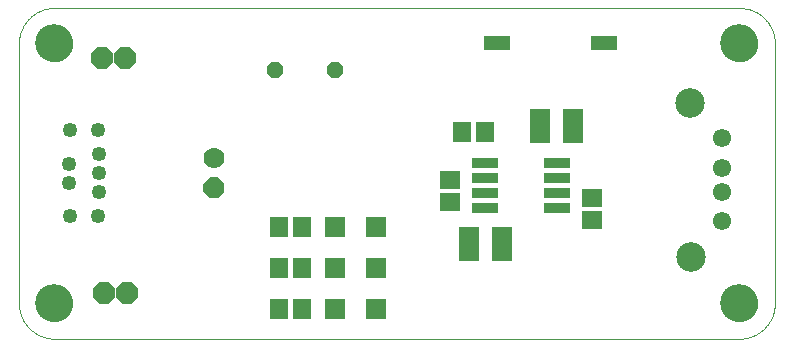
<source format=gts>
G75*
%MOIN*%
%OFA0B0*%
%FSLAX25Y25*%
%IPPOS*%
%LPD*%
%AMOC8*
5,1,8,0,0,1.08239X$1,22.5*
%
%ADD10C,0.00000*%
%ADD11C,0.12611*%
%ADD12R,0.07099X0.11430*%
%ADD13R,0.06706X0.05918*%
%ADD14R,0.06706X0.06706*%
%ADD15OC8,0.07400*%
%ADD16R,0.05918X0.06706*%
%ADD17OC8,0.05600*%
%ADD18C,0.04934*%
%ADD19R,0.08800X0.03400*%
%ADD20R,0.08700X0.05100*%
%ADD21C,0.06115*%
%ADD22C,0.09855*%
%ADD23OC8,0.07000*%
%ADD24C,0.07000*%
D10*
X0065745Y0061101D02*
X0294091Y0061101D01*
X0294376Y0061104D01*
X0294662Y0061115D01*
X0294947Y0061132D01*
X0295231Y0061156D01*
X0295515Y0061187D01*
X0295798Y0061225D01*
X0296079Y0061270D01*
X0296360Y0061321D01*
X0296640Y0061379D01*
X0296918Y0061444D01*
X0297194Y0061516D01*
X0297468Y0061594D01*
X0297741Y0061679D01*
X0298011Y0061771D01*
X0298279Y0061869D01*
X0298545Y0061973D01*
X0298808Y0062084D01*
X0299068Y0062201D01*
X0299326Y0062324D01*
X0299580Y0062454D01*
X0299831Y0062590D01*
X0300079Y0062731D01*
X0300323Y0062879D01*
X0300564Y0063032D01*
X0300800Y0063192D01*
X0301033Y0063357D01*
X0301262Y0063527D01*
X0301487Y0063703D01*
X0301707Y0063885D01*
X0301923Y0064071D01*
X0302134Y0064263D01*
X0302341Y0064460D01*
X0302543Y0064662D01*
X0302740Y0064869D01*
X0302932Y0065080D01*
X0303118Y0065296D01*
X0303300Y0065516D01*
X0303476Y0065741D01*
X0303646Y0065970D01*
X0303811Y0066203D01*
X0303971Y0066439D01*
X0304124Y0066680D01*
X0304272Y0066924D01*
X0304413Y0067172D01*
X0304549Y0067423D01*
X0304679Y0067677D01*
X0304802Y0067935D01*
X0304919Y0068195D01*
X0305030Y0068458D01*
X0305134Y0068724D01*
X0305232Y0068992D01*
X0305324Y0069262D01*
X0305409Y0069535D01*
X0305487Y0069809D01*
X0305559Y0070085D01*
X0305624Y0070363D01*
X0305682Y0070643D01*
X0305733Y0070924D01*
X0305778Y0071205D01*
X0305816Y0071488D01*
X0305847Y0071772D01*
X0305871Y0072056D01*
X0305888Y0072341D01*
X0305899Y0072627D01*
X0305902Y0072912D01*
X0305902Y0159526D01*
X0305902Y0155589D02*
X0305902Y0076849D01*
X0288185Y0072912D02*
X0288187Y0073065D01*
X0288193Y0073219D01*
X0288203Y0073372D01*
X0288217Y0073524D01*
X0288235Y0073677D01*
X0288257Y0073828D01*
X0288282Y0073979D01*
X0288312Y0074130D01*
X0288346Y0074280D01*
X0288383Y0074428D01*
X0288424Y0074576D01*
X0288469Y0074722D01*
X0288518Y0074868D01*
X0288571Y0075012D01*
X0288627Y0075154D01*
X0288687Y0075295D01*
X0288751Y0075435D01*
X0288818Y0075573D01*
X0288889Y0075709D01*
X0288964Y0075843D01*
X0289041Y0075975D01*
X0289123Y0076105D01*
X0289207Y0076233D01*
X0289295Y0076359D01*
X0289386Y0076482D01*
X0289480Y0076603D01*
X0289578Y0076721D01*
X0289678Y0076837D01*
X0289782Y0076950D01*
X0289888Y0077061D01*
X0289997Y0077169D01*
X0290109Y0077274D01*
X0290223Y0077375D01*
X0290341Y0077474D01*
X0290460Y0077570D01*
X0290582Y0077663D01*
X0290707Y0077752D01*
X0290834Y0077839D01*
X0290963Y0077921D01*
X0291094Y0078001D01*
X0291227Y0078077D01*
X0291362Y0078150D01*
X0291499Y0078219D01*
X0291638Y0078284D01*
X0291778Y0078346D01*
X0291920Y0078404D01*
X0292063Y0078459D01*
X0292208Y0078510D01*
X0292354Y0078557D01*
X0292501Y0078600D01*
X0292649Y0078639D01*
X0292798Y0078675D01*
X0292948Y0078706D01*
X0293099Y0078734D01*
X0293250Y0078758D01*
X0293403Y0078778D01*
X0293555Y0078794D01*
X0293708Y0078806D01*
X0293861Y0078814D01*
X0294014Y0078818D01*
X0294168Y0078818D01*
X0294321Y0078814D01*
X0294474Y0078806D01*
X0294627Y0078794D01*
X0294779Y0078778D01*
X0294932Y0078758D01*
X0295083Y0078734D01*
X0295234Y0078706D01*
X0295384Y0078675D01*
X0295533Y0078639D01*
X0295681Y0078600D01*
X0295828Y0078557D01*
X0295974Y0078510D01*
X0296119Y0078459D01*
X0296262Y0078404D01*
X0296404Y0078346D01*
X0296544Y0078284D01*
X0296683Y0078219D01*
X0296820Y0078150D01*
X0296955Y0078077D01*
X0297088Y0078001D01*
X0297219Y0077921D01*
X0297348Y0077839D01*
X0297475Y0077752D01*
X0297600Y0077663D01*
X0297722Y0077570D01*
X0297841Y0077474D01*
X0297959Y0077375D01*
X0298073Y0077274D01*
X0298185Y0077169D01*
X0298294Y0077061D01*
X0298400Y0076950D01*
X0298504Y0076837D01*
X0298604Y0076721D01*
X0298702Y0076603D01*
X0298796Y0076482D01*
X0298887Y0076359D01*
X0298975Y0076233D01*
X0299059Y0076105D01*
X0299141Y0075975D01*
X0299218Y0075843D01*
X0299293Y0075709D01*
X0299364Y0075573D01*
X0299431Y0075435D01*
X0299495Y0075295D01*
X0299555Y0075154D01*
X0299611Y0075012D01*
X0299664Y0074868D01*
X0299713Y0074722D01*
X0299758Y0074576D01*
X0299799Y0074428D01*
X0299836Y0074280D01*
X0299870Y0074130D01*
X0299900Y0073979D01*
X0299925Y0073828D01*
X0299947Y0073677D01*
X0299965Y0073524D01*
X0299979Y0073372D01*
X0299989Y0073219D01*
X0299995Y0073065D01*
X0299997Y0072912D01*
X0299995Y0072759D01*
X0299989Y0072605D01*
X0299979Y0072452D01*
X0299965Y0072300D01*
X0299947Y0072147D01*
X0299925Y0071996D01*
X0299900Y0071845D01*
X0299870Y0071694D01*
X0299836Y0071544D01*
X0299799Y0071396D01*
X0299758Y0071248D01*
X0299713Y0071102D01*
X0299664Y0070956D01*
X0299611Y0070812D01*
X0299555Y0070670D01*
X0299495Y0070529D01*
X0299431Y0070389D01*
X0299364Y0070251D01*
X0299293Y0070115D01*
X0299218Y0069981D01*
X0299141Y0069849D01*
X0299059Y0069719D01*
X0298975Y0069591D01*
X0298887Y0069465D01*
X0298796Y0069342D01*
X0298702Y0069221D01*
X0298604Y0069103D01*
X0298504Y0068987D01*
X0298400Y0068874D01*
X0298294Y0068763D01*
X0298185Y0068655D01*
X0298073Y0068550D01*
X0297959Y0068449D01*
X0297841Y0068350D01*
X0297722Y0068254D01*
X0297600Y0068161D01*
X0297475Y0068072D01*
X0297348Y0067985D01*
X0297219Y0067903D01*
X0297088Y0067823D01*
X0296955Y0067747D01*
X0296820Y0067674D01*
X0296683Y0067605D01*
X0296544Y0067540D01*
X0296404Y0067478D01*
X0296262Y0067420D01*
X0296119Y0067365D01*
X0295974Y0067314D01*
X0295828Y0067267D01*
X0295681Y0067224D01*
X0295533Y0067185D01*
X0295384Y0067149D01*
X0295234Y0067118D01*
X0295083Y0067090D01*
X0294932Y0067066D01*
X0294779Y0067046D01*
X0294627Y0067030D01*
X0294474Y0067018D01*
X0294321Y0067010D01*
X0294168Y0067006D01*
X0294014Y0067006D01*
X0293861Y0067010D01*
X0293708Y0067018D01*
X0293555Y0067030D01*
X0293403Y0067046D01*
X0293250Y0067066D01*
X0293099Y0067090D01*
X0292948Y0067118D01*
X0292798Y0067149D01*
X0292649Y0067185D01*
X0292501Y0067224D01*
X0292354Y0067267D01*
X0292208Y0067314D01*
X0292063Y0067365D01*
X0291920Y0067420D01*
X0291778Y0067478D01*
X0291638Y0067540D01*
X0291499Y0067605D01*
X0291362Y0067674D01*
X0291227Y0067747D01*
X0291094Y0067823D01*
X0290963Y0067903D01*
X0290834Y0067985D01*
X0290707Y0068072D01*
X0290582Y0068161D01*
X0290460Y0068254D01*
X0290341Y0068350D01*
X0290223Y0068449D01*
X0290109Y0068550D01*
X0289997Y0068655D01*
X0289888Y0068763D01*
X0289782Y0068874D01*
X0289678Y0068987D01*
X0289578Y0069103D01*
X0289480Y0069221D01*
X0289386Y0069342D01*
X0289295Y0069465D01*
X0289207Y0069591D01*
X0289123Y0069719D01*
X0289041Y0069849D01*
X0288964Y0069981D01*
X0288889Y0070115D01*
X0288818Y0070251D01*
X0288751Y0070389D01*
X0288687Y0070529D01*
X0288627Y0070670D01*
X0288571Y0070812D01*
X0288518Y0070956D01*
X0288469Y0071102D01*
X0288424Y0071248D01*
X0288383Y0071396D01*
X0288346Y0071544D01*
X0288312Y0071694D01*
X0288282Y0071845D01*
X0288257Y0071996D01*
X0288235Y0072147D01*
X0288217Y0072300D01*
X0288203Y0072452D01*
X0288193Y0072605D01*
X0288187Y0072759D01*
X0288185Y0072912D01*
X0273421Y0088503D02*
X0273423Y0088637D01*
X0273429Y0088771D01*
X0273439Y0088905D01*
X0273453Y0089039D01*
X0273471Y0089172D01*
X0273492Y0089304D01*
X0273518Y0089436D01*
X0273548Y0089567D01*
X0273581Y0089697D01*
X0273618Y0089825D01*
X0273660Y0089953D01*
X0273704Y0090080D01*
X0273753Y0090205D01*
X0273805Y0090328D01*
X0273861Y0090450D01*
X0273921Y0090571D01*
X0273984Y0090689D01*
X0274050Y0090806D01*
X0274120Y0090920D01*
X0274193Y0091033D01*
X0274270Y0091143D01*
X0274350Y0091251D01*
X0274433Y0091356D01*
X0274519Y0091459D01*
X0274608Y0091559D01*
X0274700Y0091657D01*
X0274795Y0091752D01*
X0274893Y0091844D01*
X0274993Y0091933D01*
X0275096Y0092019D01*
X0275201Y0092102D01*
X0275309Y0092182D01*
X0275419Y0092259D01*
X0275532Y0092332D01*
X0275646Y0092402D01*
X0275763Y0092468D01*
X0275881Y0092531D01*
X0276002Y0092591D01*
X0276124Y0092647D01*
X0276247Y0092699D01*
X0276372Y0092748D01*
X0276499Y0092792D01*
X0276627Y0092834D01*
X0276755Y0092871D01*
X0276885Y0092904D01*
X0277016Y0092934D01*
X0277148Y0092960D01*
X0277280Y0092981D01*
X0277413Y0092999D01*
X0277547Y0093013D01*
X0277681Y0093023D01*
X0277815Y0093029D01*
X0277949Y0093031D01*
X0278083Y0093029D01*
X0278217Y0093023D01*
X0278351Y0093013D01*
X0278485Y0092999D01*
X0278618Y0092981D01*
X0278750Y0092960D01*
X0278882Y0092934D01*
X0279013Y0092904D01*
X0279143Y0092871D01*
X0279271Y0092834D01*
X0279399Y0092792D01*
X0279526Y0092748D01*
X0279651Y0092699D01*
X0279774Y0092647D01*
X0279896Y0092591D01*
X0280017Y0092531D01*
X0280135Y0092468D01*
X0280252Y0092402D01*
X0280366Y0092332D01*
X0280479Y0092259D01*
X0280589Y0092182D01*
X0280697Y0092102D01*
X0280802Y0092019D01*
X0280905Y0091933D01*
X0281005Y0091844D01*
X0281103Y0091752D01*
X0281198Y0091657D01*
X0281290Y0091559D01*
X0281379Y0091459D01*
X0281465Y0091356D01*
X0281548Y0091251D01*
X0281628Y0091143D01*
X0281705Y0091033D01*
X0281778Y0090920D01*
X0281848Y0090806D01*
X0281914Y0090689D01*
X0281977Y0090571D01*
X0282037Y0090450D01*
X0282093Y0090328D01*
X0282145Y0090205D01*
X0282194Y0090080D01*
X0282238Y0089953D01*
X0282280Y0089825D01*
X0282317Y0089697D01*
X0282350Y0089567D01*
X0282380Y0089436D01*
X0282406Y0089304D01*
X0282427Y0089172D01*
X0282445Y0089039D01*
X0282459Y0088905D01*
X0282469Y0088771D01*
X0282475Y0088637D01*
X0282477Y0088503D01*
X0282475Y0088369D01*
X0282469Y0088235D01*
X0282459Y0088101D01*
X0282445Y0087967D01*
X0282427Y0087834D01*
X0282406Y0087702D01*
X0282380Y0087570D01*
X0282350Y0087439D01*
X0282317Y0087309D01*
X0282280Y0087181D01*
X0282238Y0087053D01*
X0282194Y0086926D01*
X0282145Y0086801D01*
X0282093Y0086678D01*
X0282037Y0086556D01*
X0281977Y0086435D01*
X0281914Y0086317D01*
X0281848Y0086200D01*
X0281778Y0086086D01*
X0281705Y0085973D01*
X0281628Y0085863D01*
X0281548Y0085755D01*
X0281465Y0085650D01*
X0281379Y0085547D01*
X0281290Y0085447D01*
X0281198Y0085349D01*
X0281103Y0085254D01*
X0281005Y0085162D01*
X0280905Y0085073D01*
X0280802Y0084987D01*
X0280697Y0084904D01*
X0280589Y0084824D01*
X0280479Y0084747D01*
X0280366Y0084674D01*
X0280252Y0084604D01*
X0280135Y0084538D01*
X0280017Y0084475D01*
X0279896Y0084415D01*
X0279774Y0084359D01*
X0279651Y0084307D01*
X0279526Y0084258D01*
X0279399Y0084214D01*
X0279271Y0084172D01*
X0279143Y0084135D01*
X0279013Y0084102D01*
X0278882Y0084072D01*
X0278750Y0084046D01*
X0278618Y0084025D01*
X0278485Y0084007D01*
X0278351Y0083993D01*
X0278217Y0083983D01*
X0278083Y0083977D01*
X0277949Y0083975D01*
X0277815Y0083977D01*
X0277681Y0083983D01*
X0277547Y0083993D01*
X0277413Y0084007D01*
X0277280Y0084025D01*
X0277148Y0084046D01*
X0277016Y0084072D01*
X0276885Y0084102D01*
X0276755Y0084135D01*
X0276627Y0084172D01*
X0276499Y0084214D01*
X0276372Y0084258D01*
X0276247Y0084307D01*
X0276124Y0084359D01*
X0276002Y0084415D01*
X0275881Y0084475D01*
X0275763Y0084538D01*
X0275646Y0084604D01*
X0275532Y0084674D01*
X0275419Y0084747D01*
X0275309Y0084824D01*
X0275201Y0084904D01*
X0275096Y0084987D01*
X0274993Y0085073D01*
X0274893Y0085162D01*
X0274795Y0085254D01*
X0274700Y0085349D01*
X0274608Y0085447D01*
X0274519Y0085547D01*
X0274433Y0085650D01*
X0274350Y0085755D01*
X0274270Y0085863D01*
X0274193Y0085973D01*
X0274120Y0086086D01*
X0274050Y0086200D01*
X0273984Y0086317D01*
X0273921Y0086435D01*
X0273861Y0086556D01*
X0273805Y0086678D01*
X0273753Y0086801D01*
X0273704Y0086926D01*
X0273660Y0087053D01*
X0273618Y0087181D01*
X0273581Y0087309D01*
X0273548Y0087439D01*
X0273518Y0087570D01*
X0273492Y0087702D01*
X0273471Y0087834D01*
X0273453Y0087967D01*
X0273439Y0088101D01*
X0273429Y0088235D01*
X0273423Y0088369D01*
X0273421Y0088503D01*
X0273028Y0139684D02*
X0273030Y0139818D01*
X0273036Y0139952D01*
X0273046Y0140086D01*
X0273060Y0140220D01*
X0273078Y0140353D01*
X0273099Y0140485D01*
X0273125Y0140617D01*
X0273155Y0140748D01*
X0273188Y0140878D01*
X0273225Y0141006D01*
X0273267Y0141134D01*
X0273311Y0141261D01*
X0273360Y0141386D01*
X0273412Y0141509D01*
X0273468Y0141631D01*
X0273528Y0141752D01*
X0273591Y0141870D01*
X0273657Y0141987D01*
X0273727Y0142101D01*
X0273800Y0142214D01*
X0273877Y0142324D01*
X0273957Y0142432D01*
X0274040Y0142537D01*
X0274126Y0142640D01*
X0274215Y0142740D01*
X0274307Y0142838D01*
X0274402Y0142933D01*
X0274500Y0143025D01*
X0274600Y0143114D01*
X0274703Y0143200D01*
X0274808Y0143283D01*
X0274916Y0143363D01*
X0275026Y0143440D01*
X0275139Y0143513D01*
X0275253Y0143583D01*
X0275370Y0143649D01*
X0275488Y0143712D01*
X0275609Y0143772D01*
X0275731Y0143828D01*
X0275854Y0143880D01*
X0275979Y0143929D01*
X0276106Y0143973D01*
X0276234Y0144015D01*
X0276362Y0144052D01*
X0276492Y0144085D01*
X0276623Y0144115D01*
X0276755Y0144141D01*
X0276887Y0144162D01*
X0277020Y0144180D01*
X0277154Y0144194D01*
X0277288Y0144204D01*
X0277422Y0144210D01*
X0277556Y0144212D01*
X0277690Y0144210D01*
X0277824Y0144204D01*
X0277958Y0144194D01*
X0278092Y0144180D01*
X0278225Y0144162D01*
X0278357Y0144141D01*
X0278489Y0144115D01*
X0278620Y0144085D01*
X0278750Y0144052D01*
X0278878Y0144015D01*
X0279006Y0143973D01*
X0279133Y0143929D01*
X0279258Y0143880D01*
X0279381Y0143828D01*
X0279503Y0143772D01*
X0279624Y0143712D01*
X0279742Y0143649D01*
X0279859Y0143583D01*
X0279973Y0143513D01*
X0280086Y0143440D01*
X0280196Y0143363D01*
X0280304Y0143283D01*
X0280409Y0143200D01*
X0280512Y0143114D01*
X0280612Y0143025D01*
X0280710Y0142933D01*
X0280805Y0142838D01*
X0280897Y0142740D01*
X0280986Y0142640D01*
X0281072Y0142537D01*
X0281155Y0142432D01*
X0281235Y0142324D01*
X0281312Y0142214D01*
X0281385Y0142101D01*
X0281455Y0141987D01*
X0281521Y0141870D01*
X0281584Y0141752D01*
X0281644Y0141631D01*
X0281700Y0141509D01*
X0281752Y0141386D01*
X0281801Y0141261D01*
X0281845Y0141134D01*
X0281887Y0141006D01*
X0281924Y0140878D01*
X0281957Y0140748D01*
X0281987Y0140617D01*
X0282013Y0140485D01*
X0282034Y0140353D01*
X0282052Y0140220D01*
X0282066Y0140086D01*
X0282076Y0139952D01*
X0282082Y0139818D01*
X0282084Y0139684D01*
X0282082Y0139550D01*
X0282076Y0139416D01*
X0282066Y0139282D01*
X0282052Y0139148D01*
X0282034Y0139015D01*
X0282013Y0138883D01*
X0281987Y0138751D01*
X0281957Y0138620D01*
X0281924Y0138490D01*
X0281887Y0138362D01*
X0281845Y0138234D01*
X0281801Y0138107D01*
X0281752Y0137982D01*
X0281700Y0137859D01*
X0281644Y0137737D01*
X0281584Y0137616D01*
X0281521Y0137498D01*
X0281455Y0137381D01*
X0281385Y0137267D01*
X0281312Y0137154D01*
X0281235Y0137044D01*
X0281155Y0136936D01*
X0281072Y0136831D01*
X0280986Y0136728D01*
X0280897Y0136628D01*
X0280805Y0136530D01*
X0280710Y0136435D01*
X0280612Y0136343D01*
X0280512Y0136254D01*
X0280409Y0136168D01*
X0280304Y0136085D01*
X0280196Y0136005D01*
X0280086Y0135928D01*
X0279973Y0135855D01*
X0279859Y0135785D01*
X0279742Y0135719D01*
X0279624Y0135656D01*
X0279503Y0135596D01*
X0279381Y0135540D01*
X0279258Y0135488D01*
X0279133Y0135439D01*
X0279006Y0135395D01*
X0278878Y0135353D01*
X0278750Y0135316D01*
X0278620Y0135283D01*
X0278489Y0135253D01*
X0278357Y0135227D01*
X0278225Y0135206D01*
X0278092Y0135188D01*
X0277958Y0135174D01*
X0277824Y0135164D01*
X0277690Y0135158D01*
X0277556Y0135156D01*
X0277422Y0135158D01*
X0277288Y0135164D01*
X0277154Y0135174D01*
X0277020Y0135188D01*
X0276887Y0135206D01*
X0276755Y0135227D01*
X0276623Y0135253D01*
X0276492Y0135283D01*
X0276362Y0135316D01*
X0276234Y0135353D01*
X0276106Y0135395D01*
X0275979Y0135439D01*
X0275854Y0135488D01*
X0275731Y0135540D01*
X0275609Y0135596D01*
X0275488Y0135656D01*
X0275370Y0135719D01*
X0275253Y0135785D01*
X0275139Y0135855D01*
X0275026Y0135928D01*
X0274916Y0136005D01*
X0274808Y0136085D01*
X0274703Y0136168D01*
X0274600Y0136254D01*
X0274500Y0136343D01*
X0274402Y0136435D01*
X0274307Y0136530D01*
X0274215Y0136628D01*
X0274126Y0136728D01*
X0274040Y0136831D01*
X0273957Y0136936D01*
X0273877Y0137044D01*
X0273800Y0137154D01*
X0273727Y0137267D01*
X0273657Y0137381D01*
X0273591Y0137498D01*
X0273528Y0137616D01*
X0273468Y0137737D01*
X0273412Y0137859D01*
X0273360Y0137982D01*
X0273311Y0138107D01*
X0273267Y0138234D01*
X0273225Y0138362D01*
X0273188Y0138490D01*
X0273155Y0138620D01*
X0273125Y0138751D01*
X0273099Y0138883D01*
X0273078Y0139015D01*
X0273060Y0139148D01*
X0273046Y0139282D01*
X0273036Y0139416D01*
X0273030Y0139550D01*
X0273028Y0139684D01*
X0294091Y0171337D02*
X0294376Y0171334D01*
X0294662Y0171323D01*
X0294947Y0171306D01*
X0295231Y0171282D01*
X0295515Y0171251D01*
X0295798Y0171213D01*
X0296079Y0171168D01*
X0296360Y0171117D01*
X0296640Y0171059D01*
X0296918Y0170994D01*
X0297194Y0170922D01*
X0297468Y0170844D01*
X0297741Y0170759D01*
X0298011Y0170667D01*
X0298279Y0170569D01*
X0298545Y0170465D01*
X0298808Y0170354D01*
X0299068Y0170237D01*
X0299326Y0170114D01*
X0299580Y0169984D01*
X0299831Y0169848D01*
X0300079Y0169707D01*
X0300323Y0169559D01*
X0300564Y0169406D01*
X0300800Y0169246D01*
X0301033Y0169081D01*
X0301262Y0168911D01*
X0301487Y0168735D01*
X0301707Y0168553D01*
X0301923Y0168367D01*
X0302134Y0168175D01*
X0302341Y0167978D01*
X0302543Y0167776D01*
X0302740Y0167569D01*
X0302932Y0167358D01*
X0303118Y0167142D01*
X0303300Y0166922D01*
X0303476Y0166697D01*
X0303646Y0166468D01*
X0303811Y0166235D01*
X0303971Y0165999D01*
X0304124Y0165758D01*
X0304272Y0165514D01*
X0304413Y0165266D01*
X0304549Y0165015D01*
X0304679Y0164761D01*
X0304802Y0164503D01*
X0304919Y0164243D01*
X0305030Y0163980D01*
X0305134Y0163714D01*
X0305232Y0163446D01*
X0305324Y0163176D01*
X0305409Y0162903D01*
X0305487Y0162629D01*
X0305559Y0162353D01*
X0305624Y0162075D01*
X0305682Y0161795D01*
X0305733Y0161514D01*
X0305778Y0161233D01*
X0305816Y0160950D01*
X0305847Y0160666D01*
X0305871Y0160382D01*
X0305888Y0160097D01*
X0305899Y0159811D01*
X0305902Y0159526D01*
X0288185Y0159526D02*
X0288187Y0159679D01*
X0288193Y0159833D01*
X0288203Y0159986D01*
X0288217Y0160138D01*
X0288235Y0160291D01*
X0288257Y0160442D01*
X0288282Y0160593D01*
X0288312Y0160744D01*
X0288346Y0160894D01*
X0288383Y0161042D01*
X0288424Y0161190D01*
X0288469Y0161336D01*
X0288518Y0161482D01*
X0288571Y0161626D01*
X0288627Y0161768D01*
X0288687Y0161909D01*
X0288751Y0162049D01*
X0288818Y0162187D01*
X0288889Y0162323D01*
X0288964Y0162457D01*
X0289041Y0162589D01*
X0289123Y0162719D01*
X0289207Y0162847D01*
X0289295Y0162973D01*
X0289386Y0163096D01*
X0289480Y0163217D01*
X0289578Y0163335D01*
X0289678Y0163451D01*
X0289782Y0163564D01*
X0289888Y0163675D01*
X0289997Y0163783D01*
X0290109Y0163888D01*
X0290223Y0163989D01*
X0290341Y0164088D01*
X0290460Y0164184D01*
X0290582Y0164277D01*
X0290707Y0164366D01*
X0290834Y0164453D01*
X0290963Y0164535D01*
X0291094Y0164615D01*
X0291227Y0164691D01*
X0291362Y0164764D01*
X0291499Y0164833D01*
X0291638Y0164898D01*
X0291778Y0164960D01*
X0291920Y0165018D01*
X0292063Y0165073D01*
X0292208Y0165124D01*
X0292354Y0165171D01*
X0292501Y0165214D01*
X0292649Y0165253D01*
X0292798Y0165289D01*
X0292948Y0165320D01*
X0293099Y0165348D01*
X0293250Y0165372D01*
X0293403Y0165392D01*
X0293555Y0165408D01*
X0293708Y0165420D01*
X0293861Y0165428D01*
X0294014Y0165432D01*
X0294168Y0165432D01*
X0294321Y0165428D01*
X0294474Y0165420D01*
X0294627Y0165408D01*
X0294779Y0165392D01*
X0294932Y0165372D01*
X0295083Y0165348D01*
X0295234Y0165320D01*
X0295384Y0165289D01*
X0295533Y0165253D01*
X0295681Y0165214D01*
X0295828Y0165171D01*
X0295974Y0165124D01*
X0296119Y0165073D01*
X0296262Y0165018D01*
X0296404Y0164960D01*
X0296544Y0164898D01*
X0296683Y0164833D01*
X0296820Y0164764D01*
X0296955Y0164691D01*
X0297088Y0164615D01*
X0297219Y0164535D01*
X0297348Y0164453D01*
X0297475Y0164366D01*
X0297600Y0164277D01*
X0297722Y0164184D01*
X0297841Y0164088D01*
X0297959Y0163989D01*
X0298073Y0163888D01*
X0298185Y0163783D01*
X0298294Y0163675D01*
X0298400Y0163564D01*
X0298504Y0163451D01*
X0298604Y0163335D01*
X0298702Y0163217D01*
X0298796Y0163096D01*
X0298887Y0162973D01*
X0298975Y0162847D01*
X0299059Y0162719D01*
X0299141Y0162589D01*
X0299218Y0162457D01*
X0299293Y0162323D01*
X0299364Y0162187D01*
X0299431Y0162049D01*
X0299495Y0161909D01*
X0299555Y0161768D01*
X0299611Y0161626D01*
X0299664Y0161482D01*
X0299713Y0161336D01*
X0299758Y0161190D01*
X0299799Y0161042D01*
X0299836Y0160894D01*
X0299870Y0160744D01*
X0299900Y0160593D01*
X0299925Y0160442D01*
X0299947Y0160291D01*
X0299965Y0160138D01*
X0299979Y0159986D01*
X0299989Y0159833D01*
X0299995Y0159679D01*
X0299997Y0159526D01*
X0299995Y0159373D01*
X0299989Y0159219D01*
X0299979Y0159066D01*
X0299965Y0158914D01*
X0299947Y0158761D01*
X0299925Y0158610D01*
X0299900Y0158459D01*
X0299870Y0158308D01*
X0299836Y0158158D01*
X0299799Y0158010D01*
X0299758Y0157862D01*
X0299713Y0157716D01*
X0299664Y0157570D01*
X0299611Y0157426D01*
X0299555Y0157284D01*
X0299495Y0157143D01*
X0299431Y0157003D01*
X0299364Y0156865D01*
X0299293Y0156729D01*
X0299218Y0156595D01*
X0299141Y0156463D01*
X0299059Y0156333D01*
X0298975Y0156205D01*
X0298887Y0156079D01*
X0298796Y0155956D01*
X0298702Y0155835D01*
X0298604Y0155717D01*
X0298504Y0155601D01*
X0298400Y0155488D01*
X0298294Y0155377D01*
X0298185Y0155269D01*
X0298073Y0155164D01*
X0297959Y0155063D01*
X0297841Y0154964D01*
X0297722Y0154868D01*
X0297600Y0154775D01*
X0297475Y0154686D01*
X0297348Y0154599D01*
X0297219Y0154517D01*
X0297088Y0154437D01*
X0296955Y0154361D01*
X0296820Y0154288D01*
X0296683Y0154219D01*
X0296544Y0154154D01*
X0296404Y0154092D01*
X0296262Y0154034D01*
X0296119Y0153979D01*
X0295974Y0153928D01*
X0295828Y0153881D01*
X0295681Y0153838D01*
X0295533Y0153799D01*
X0295384Y0153763D01*
X0295234Y0153732D01*
X0295083Y0153704D01*
X0294932Y0153680D01*
X0294779Y0153660D01*
X0294627Y0153644D01*
X0294474Y0153632D01*
X0294321Y0153624D01*
X0294168Y0153620D01*
X0294014Y0153620D01*
X0293861Y0153624D01*
X0293708Y0153632D01*
X0293555Y0153644D01*
X0293403Y0153660D01*
X0293250Y0153680D01*
X0293099Y0153704D01*
X0292948Y0153732D01*
X0292798Y0153763D01*
X0292649Y0153799D01*
X0292501Y0153838D01*
X0292354Y0153881D01*
X0292208Y0153928D01*
X0292063Y0153979D01*
X0291920Y0154034D01*
X0291778Y0154092D01*
X0291638Y0154154D01*
X0291499Y0154219D01*
X0291362Y0154288D01*
X0291227Y0154361D01*
X0291094Y0154437D01*
X0290963Y0154517D01*
X0290834Y0154599D01*
X0290707Y0154686D01*
X0290582Y0154775D01*
X0290460Y0154868D01*
X0290341Y0154964D01*
X0290223Y0155063D01*
X0290109Y0155164D01*
X0289997Y0155269D01*
X0289888Y0155377D01*
X0289782Y0155488D01*
X0289678Y0155601D01*
X0289578Y0155717D01*
X0289480Y0155835D01*
X0289386Y0155956D01*
X0289295Y0156079D01*
X0289207Y0156205D01*
X0289123Y0156333D01*
X0289041Y0156463D01*
X0288964Y0156595D01*
X0288889Y0156729D01*
X0288818Y0156865D01*
X0288751Y0157003D01*
X0288687Y0157143D01*
X0288627Y0157284D01*
X0288571Y0157426D01*
X0288518Y0157570D01*
X0288469Y0157716D01*
X0288424Y0157862D01*
X0288383Y0158010D01*
X0288346Y0158158D01*
X0288312Y0158308D01*
X0288282Y0158459D01*
X0288257Y0158610D01*
X0288235Y0158761D01*
X0288217Y0158914D01*
X0288203Y0159066D01*
X0288193Y0159219D01*
X0288187Y0159373D01*
X0288185Y0159526D01*
X0294091Y0171337D02*
X0065745Y0171337D01*
X0065460Y0171334D01*
X0065174Y0171323D01*
X0064889Y0171306D01*
X0064605Y0171282D01*
X0064321Y0171251D01*
X0064038Y0171213D01*
X0063757Y0171168D01*
X0063476Y0171117D01*
X0063196Y0171059D01*
X0062918Y0170994D01*
X0062642Y0170922D01*
X0062368Y0170844D01*
X0062095Y0170759D01*
X0061825Y0170667D01*
X0061557Y0170569D01*
X0061291Y0170465D01*
X0061028Y0170354D01*
X0060768Y0170237D01*
X0060510Y0170114D01*
X0060256Y0169984D01*
X0060005Y0169848D01*
X0059757Y0169707D01*
X0059513Y0169559D01*
X0059272Y0169406D01*
X0059036Y0169246D01*
X0058803Y0169081D01*
X0058574Y0168911D01*
X0058349Y0168735D01*
X0058129Y0168553D01*
X0057913Y0168367D01*
X0057702Y0168175D01*
X0057495Y0167978D01*
X0057293Y0167776D01*
X0057096Y0167569D01*
X0056904Y0167358D01*
X0056718Y0167142D01*
X0056536Y0166922D01*
X0056360Y0166697D01*
X0056190Y0166468D01*
X0056025Y0166235D01*
X0055865Y0165999D01*
X0055712Y0165758D01*
X0055564Y0165514D01*
X0055423Y0165266D01*
X0055287Y0165015D01*
X0055157Y0164761D01*
X0055034Y0164503D01*
X0054917Y0164243D01*
X0054806Y0163980D01*
X0054702Y0163714D01*
X0054604Y0163446D01*
X0054512Y0163176D01*
X0054427Y0162903D01*
X0054349Y0162629D01*
X0054277Y0162353D01*
X0054212Y0162075D01*
X0054154Y0161795D01*
X0054103Y0161514D01*
X0054058Y0161233D01*
X0054020Y0160950D01*
X0053989Y0160666D01*
X0053965Y0160382D01*
X0053948Y0160097D01*
X0053937Y0159811D01*
X0053934Y0159526D01*
X0053934Y0072912D01*
X0053937Y0072627D01*
X0053948Y0072341D01*
X0053965Y0072056D01*
X0053989Y0071772D01*
X0054020Y0071488D01*
X0054058Y0071205D01*
X0054103Y0070924D01*
X0054154Y0070643D01*
X0054212Y0070363D01*
X0054277Y0070085D01*
X0054349Y0069809D01*
X0054427Y0069535D01*
X0054512Y0069262D01*
X0054604Y0068992D01*
X0054702Y0068724D01*
X0054806Y0068458D01*
X0054917Y0068195D01*
X0055034Y0067935D01*
X0055157Y0067677D01*
X0055287Y0067423D01*
X0055423Y0067172D01*
X0055564Y0066924D01*
X0055712Y0066680D01*
X0055865Y0066439D01*
X0056025Y0066203D01*
X0056190Y0065970D01*
X0056360Y0065741D01*
X0056536Y0065516D01*
X0056718Y0065296D01*
X0056904Y0065080D01*
X0057096Y0064869D01*
X0057293Y0064662D01*
X0057495Y0064460D01*
X0057702Y0064263D01*
X0057913Y0064071D01*
X0058129Y0063885D01*
X0058349Y0063703D01*
X0058574Y0063527D01*
X0058803Y0063357D01*
X0059036Y0063192D01*
X0059272Y0063032D01*
X0059513Y0062879D01*
X0059757Y0062731D01*
X0060005Y0062590D01*
X0060256Y0062454D01*
X0060510Y0062324D01*
X0060768Y0062201D01*
X0061028Y0062084D01*
X0061291Y0061973D01*
X0061557Y0061869D01*
X0061825Y0061771D01*
X0062095Y0061679D01*
X0062368Y0061594D01*
X0062642Y0061516D01*
X0062918Y0061444D01*
X0063196Y0061379D01*
X0063476Y0061321D01*
X0063757Y0061270D01*
X0064038Y0061225D01*
X0064321Y0061187D01*
X0064605Y0061156D01*
X0064889Y0061132D01*
X0065174Y0061115D01*
X0065460Y0061104D01*
X0065745Y0061101D01*
X0059839Y0072912D02*
X0059841Y0073065D01*
X0059847Y0073219D01*
X0059857Y0073372D01*
X0059871Y0073524D01*
X0059889Y0073677D01*
X0059911Y0073828D01*
X0059936Y0073979D01*
X0059966Y0074130D01*
X0060000Y0074280D01*
X0060037Y0074428D01*
X0060078Y0074576D01*
X0060123Y0074722D01*
X0060172Y0074868D01*
X0060225Y0075012D01*
X0060281Y0075154D01*
X0060341Y0075295D01*
X0060405Y0075435D01*
X0060472Y0075573D01*
X0060543Y0075709D01*
X0060618Y0075843D01*
X0060695Y0075975D01*
X0060777Y0076105D01*
X0060861Y0076233D01*
X0060949Y0076359D01*
X0061040Y0076482D01*
X0061134Y0076603D01*
X0061232Y0076721D01*
X0061332Y0076837D01*
X0061436Y0076950D01*
X0061542Y0077061D01*
X0061651Y0077169D01*
X0061763Y0077274D01*
X0061877Y0077375D01*
X0061995Y0077474D01*
X0062114Y0077570D01*
X0062236Y0077663D01*
X0062361Y0077752D01*
X0062488Y0077839D01*
X0062617Y0077921D01*
X0062748Y0078001D01*
X0062881Y0078077D01*
X0063016Y0078150D01*
X0063153Y0078219D01*
X0063292Y0078284D01*
X0063432Y0078346D01*
X0063574Y0078404D01*
X0063717Y0078459D01*
X0063862Y0078510D01*
X0064008Y0078557D01*
X0064155Y0078600D01*
X0064303Y0078639D01*
X0064452Y0078675D01*
X0064602Y0078706D01*
X0064753Y0078734D01*
X0064904Y0078758D01*
X0065057Y0078778D01*
X0065209Y0078794D01*
X0065362Y0078806D01*
X0065515Y0078814D01*
X0065668Y0078818D01*
X0065822Y0078818D01*
X0065975Y0078814D01*
X0066128Y0078806D01*
X0066281Y0078794D01*
X0066433Y0078778D01*
X0066586Y0078758D01*
X0066737Y0078734D01*
X0066888Y0078706D01*
X0067038Y0078675D01*
X0067187Y0078639D01*
X0067335Y0078600D01*
X0067482Y0078557D01*
X0067628Y0078510D01*
X0067773Y0078459D01*
X0067916Y0078404D01*
X0068058Y0078346D01*
X0068198Y0078284D01*
X0068337Y0078219D01*
X0068474Y0078150D01*
X0068609Y0078077D01*
X0068742Y0078001D01*
X0068873Y0077921D01*
X0069002Y0077839D01*
X0069129Y0077752D01*
X0069254Y0077663D01*
X0069376Y0077570D01*
X0069495Y0077474D01*
X0069613Y0077375D01*
X0069727Y0077274D01*
X0069839Y0077169D01*
X0069948Y0077061D01*
X0070054Y0076950D01*
X0070158Y0076837D01*
X0070258Y0076721D01*
X0070356Y0076603D01*
X0070450Y0076482D01*
X0070541Y0076359D01*
X0070629Y0076233D01*
X0070713Y0076105D01*
X0070795Y0075975D01*
X0070872Y0075843D01*
X0070947Y0075709D01*
X0071018Y0075573D01*
X0071085Y0075435D01*
X0071149Y0075295D01*
X0071209Y0075154D01*
X0071265Y0075012D01*
X0071318Y0074868D01*
X0071367Y0074722D01*
X0071412Y0074576D01*
X0071453Y0074428D01*
X0071490Y0074280D01*
X0071524Y0074130D01*
X0071554Y0073979D01*
X0071579Y0073828D01*
X0071601Y0073677D01*
X0071619Y0073524D01*
X0071633Y0073372D01*
X0071643Y0073219D01*
X0071649Y0073065D01*
X0071651Y0072912D01*
X0071649Y0072759D01*
X0071643Y0072605D01*
X0071633Y0072452D01*
X0071619Y0072300D01*
X0071601Y0072147D01*
X0071579Y0071996D01*
X0071554Y0071845D01*
X0071524Y0071694D01*
X0071490Y0071544D01*
X0071453Y0071396D01*
X0071412Y0071248D01*
X0071367Y0071102D01*
X0071318Y0070956D01*
X0071265Y0070812D01*
X0071209Y0070670D01*
X0071149Y0070529D01*
X0071085Y0070389D01*
X0071018Y0070251D01*
X0070947Y0070115D01*
X0070872Y0069981D01*
X0070795Y0069849D01*
X0070713Y0069719D01*
X0070629Y0069591D01*
X0070541Y0069465D01*
X0070450Y0069342D01*
X0070356Y0069221D01*
X0070258Y0069103D01*
X0070158Y0068987D01*
X0070054Y0068874D01*
X0069948Y0068763D01*
X0069839Y0068655D01*
X0069727Y0068550D01*
X0069613Y0068449D01*
X0069495Y0068350D01*
X0069376Y0068254D01*
X0069254Y0068161D01*
X0069129Y0068072D01*
X0069002Y0067985D01*
X0068873Y0067903D01*
X0068742Y0067823D01*
X0068609Y0067747D01*
X0068474Y0067674D01*
X0068337Y0067605D01*
X0068198Y0067540D01*
X0068058Y0067478D01*
X0067916Y0067420D01*
X0067773Y0067365D01*
X0067628Y0067314D01*
X0067482Y0067267D01*
X0067335Y0067224D01*
X0067187Y0067185D01*
X0067038Y0067149D01*
X0066888Y0067118D01*
X0066737Y0067090D01*
X0066586Y0067066D01*
X0066433Y0067046D01*
X0066281Y0067030D01*
X0066128Y0067018D01*
X0065975Y0067010D01*
X0065822Y0067006D01*
X0065668Y0067006D01*
X0065515Y0067010D01*
X0065362Y0067018D01*
X0065209Y0067030D01*
X0065057Y0067046D01*
X0064904Y0067066D01*
X0064753Y0067090D01*
X0064602Y0067118D01*
X0064452Y0067149D01*
X0064303Y0067185D01*
X0064155Y0067224D01*
X0064008Y0067267D01*
X0063862Y0067314D01*
X0063717Y0067365D01*
X0063574Y0067420D01*
X0063432Y0067478D01*
X0063292Y0067540D01*
X0063153Y0067605D01*
X0063016Y0067674D01*
X0062881Y0067747D01*
X0062748Y0067823D01*
X0062617Y0067903D01*
X0062488Y0067985D01*
X0062361Y0068072D01*
X0062236Y0068161D01*
X0062114Y0068254D01*
X0061995Y0068350D01*
X0061877Y0068449D01*
X0061763Y0068550D01*
X0061651Y0068655D01*
X0061542Y0068763D01*
X0061436Y0068874D01*
X0061332Y0068987D01*
X0061232Y0069103D01*
X0061134Y0069221D01*
X0061040Y0069342D01*
X0060949Y0069465D01*
X0060861Y0069591D01*
X0060777Y0069719D01*
X0060695Y0069849D01*
X0060618Y0069981D01*
X0060543Y0070115D01*
X0060472Y0070251D01*
X0060405Y0070389D01*
X0060341Y0070529D01*
X0060281Y0070670D01*
X0060225Y0070812D01*
X0060172Y0070956D01*
X0060123Y0071102D01*
X0060078Y0071248D01*
X0060037Y0071396D01*
X0060000Y0071544D01*
X0059966Y0071694D01*
X0059936Y0071845D01*
X0059911Y0071996D01*
X0059889Y0072147D01*
X0059871Y0072300D01*
X0059857Y0072452D01*
X0059847Y0072605D01*
X0059841Y0072759D01*
X0059839Y0072912D01*
X0059839Y0159526D02*
X0059841Y0159679D01*
X0059847Y0159833D01*
X0059857Y0159986D01*
X0059871Y0160138D01*
X0059889Y0160291D01*
X0059911Y0160442D01*
X0059936Y0160593D01*
X0059966Y0160744D01*
X0060000Y0160894D01*
X0060037Y0161042D01*
X0060078Y0161190D01*
X0060123Y0161336D01*
X0060172Y0161482D01*
X0060225Y0161626D01*
X0060281Y0161768D01*
X0060341Y0161909D01*
X0060405Y0162049D01*
X0060472Y0162187D01*
X0060543Y0162323D01*
X0060618Y0162457D01*
X0060695Y0162589D01*
X0060777Y0162719D01*
X0060861Y0162847D01*
X0060949Y0162973D01*
X0061040Y0163096D01*
X0061134Y0163217D01*
X0061232Y0163335D01*
X0061332Y0163451D01*
X0061436Y0163564D01*
X0061542Y0163675D01*
X0061651Y0163783D01*
X0061763Y0163888D01*
X0061877Y0163989D01*
X0061995Y0164088D01*
X0062114Y0164184D01*
X0062236Y0164277D01*
X0062361Y0164366D01*
X0062488Y0164453D01*
X0062617Y0164535D01*
X0062748Y0164615D01*
X0062881Y0164691D01*
X0063016Y0164764D01*
X0063153Y0164833D01*
X0063292Y0164898D01*
X0063432Y0164960D01*
X0063574Y0165018D01*
X0063717Y0165073D01*
X0063862Y0165124D01*
X0064008Y0165171D01*
X0064155Y0165214D01*
X0064303Y0165253D01*
X0064452Y0165289D01*
X0064602Y0165320D01*
X0064753Y0165348D01*
X0064904Y0165372D01*
X0065057Y0165392D01*
X0065209Y0165408D01*
X0065362Y0165420D01*
X0065515Y0165428D01*
X0065668Y0165432D01*
X0065822Y0165432D01*
X0065975Y0165428D01*
X0066128Y0165420D01*
X0066281Y0165408D01*
X0066433Y0165392D01*
X0066586Y0165372D01*
X0066737Y0165348D01*
X0066888Y0165320D01*
X0067038Y0165289D01*
X0067187Y0165253D01*
X0067335Y0165214D01*
X0067482Y0165171D01*
X0067628Y0165124D01*
X0067773Y0165073D01*
X0067916Y0165018D01*
X0068058Y0164960D01*
X0068198Y0164898D01*
X0068337Y0164833D01*
X0068474Y0164764D01*
X0068609Y0164691D01*
X0068742Y0164615D01*
X0068873Y0164535D01*
X0069002Y0164453D01*
X0069129Y0164366D01*
X0069254Y0164277D01*
X0069376Y0164184D01*
X0069495Y0164088D01*
X0069613Y0163989D01*
X0069727Y0163888D01*
X0069839Y0163783D01*
X0069948Y0163675D01*
X0070054Y0163564D01*
X0070158Y0163451D01*
X0070258Y0163335D01*
X0070356Y0163217D01*
X0070450Y0163096D01*
X0070541Y0162973D01*
X0070629Y0162847D01*
X0070713Y0162719D01*
X0070795Y0162589D01*
X0070872Y0162457D01*
X0070947Y0162323D01*
X0071018Y0162187D01*
X0071085Y0162049D01*
X0071149Y0161909D01*
X0071209Y0161768D01*
X0071265Y0161626D01*
X0071318Y0161482D01*
X0071367Y0161336D01*
X0071412Y0161190D01*
X0071453Y0161042D01*
X0071490Y0160894D01*
X0071524Y0160744D01*
X0071554Y0160593D01*
X0071579Y0160442D01*
X0071601Y0160291D01*
X0071619Y0160138D01*
X0071633Y0159986D01*
X0071643Y0159833D01*
X0071649Y0159679D01*
X0071651Y0159526D01*
X0071649Y0159373D01*
X0071643Y0159219D01*
X0071633Y0159066D01*
X0071619Y0158914D01*
X0071601Y0158761D01*
X0071579Y0158610D01*
X0071554Y0158459D01*
X0071524Y0158308D01*
X0071490Y0158158D01*
X0071453Y0158010D01*
X0071412Y0157862D01*
X0071367Y0157716D01*
X0071318Y0157570D01*
X0071265Y0157426D01*
X0071209Y0157284D01*
X0071149Y0157143D01*
X0071085Y0157003D01*
X0071018Y0156865D01*
X0070947Y0156729D01*
X0070872Y0156595D01*
X0070795Y0156463D01*
X0070713Y0156333D01*
X0070629Y0156205D01*
X0070541Y0156079D01*
X0070450Y0155956D01*
X0070356Y0155835D01*
X0070258Y0155717D01*
X0070158Y0155601D01*
X0070054Y0155488D01*
X0069948Y0155377D01*
X0069839Y0155269D01*
X0069727Y0155164D01*
X0069613Y0155063D01*
X0069495Y0154964D01*
X0069376Y0154868D01*
X0069254Y0154775D01*
X0069129Y0154686D01*
X0069002Y0154599D01*
X0068873Y0154517D01*
X0068742Y0154437D01*
X0068609Y0154361D01*
X0068474Y0154288D01*
X0068337Y0154219D01*
X0068198Y0154154D01*
X0068058Y0154092D01*
X0067916Y0154034D01*
X0067773Y0153979D01*
X0067628Y0153928D01*
X0067482Y0153881D01*
X0067335Y0153838D01*
X0067187Y0153799D01*
X0067038Y0153763D01*
X0066888Y0153732D01*
X0066737Y0153704D01*
X0066586Y0153680D01*
X0066433Y0153660D01*
X0066281Y0153644D01*
X0066128Y0153632D01*
X0065975Y0153624D01*
X0065822Y0153620D01*
X0065668Y0153620D01*
X0065515Y0153624D01*
X0065362Y0153632D01*
X0065209Y0153644D01*
X0065057Y0153660D01*
X0064904Y0153680D01*
X0064753Y0153704D01*
X0064602Y0153732D01*
X0064452Y0153763D01*
X0064303Y0153799D01*
X0064155Y0153838D01*
X0064008Y0153881D01*
X0063862Y0153928D01*
X0063717Y0153979D01*
X0063574Y0154034D01*
X0063432Y0154092D01*
X0063292Y0154154D01*
X0063153Y0154219D01*
X0063016Y0154288D01*
X0062881Y0154361D01*
X0062748Y0154437D01*
X0062617Y0154517D01*
X0062488Y0154599D01*
X0062361Y0154686D01*
X0062236Y0154775D01*
X0062114Y0154868D01*
X0061995Y0154964D01*
X0061877Y0155063D01*
X0061763Y0155164D01*
X0061651Y0155269D01*
X0061542Y0155377D01*
X0061436Y0155488D01*
X0061332Y0155601D01*
X0061232Y0155717D01*
X0061134Y0155835D01*
X0061040Y0155956D01*
X0060949Y0156079D01*
X0060861Y0156205D01*
X0060777Y0156333D01*
X0060695Y0156463D01*
X0060618Y0156595D01*
X0060543Y0156729D01*
X0060472Y0156865D01*
X0060405Y0157003D01*
X0060341Y0157143D01*
X0060281Y0157284D01*
X0060225Y0157426D01*
X0060172Y0157570D01*
X0060123Y0157716D01*
X0060078Y0157862D01*
X0060037Y0158010D01*
X0060000Y0158158D01*
X0059966Y0158308D01*
X0059936Y0158459D01*
X0059911Y0158610D01*
X0059889Y0158761D01*
X0059871Y0158914D01*
X0059857Y0159066D01*
X0059847Y0159219D01*
X0059841Y0159373D01*
X0059839Y0159526D01*
D11*
X0065745Y0159526D03*
X0065745Y0072912D03*
X0294091Y0072912D03*
X0294091Y0159526D03*
D12*
X0238579Y0131967D03*
X0227556Y0131967D03*
X0214957Y0092597D03*
X0203934Y0092597D03*
D13*
X0197635Y0106574D03*
X0197635Y0114054D03*
X0244879Y0108148D03*
X0244879Y0100668D03*
D14*
X0173028Y0098503D03*
X0159249Y0098503D03*
X0159249Y0084723D03*
X0173028Y0084723D03*
X0173028Y0070944D03*
X0159249Y0070944D03*
D15*
X0090115Y0076495D03*
X0082241Y0076495D03*
X0081493Y0154605D03*
X0089367Y0154605D03*
D16*
X0140745Y0098503D03*
X0148225Y0098503D03*
X0148225Y0084723D03*
X0140745Y0084723D03*
X0140745Y0070944D03*
X0148225Y0070944D03*
X0201768Y0129999D03*
X0209249Y0129999D03*
D17*
X0159406Y0150668D03*
X0139406Y0150668D03*
D18*
X0080312Y0130589D03*
X0070863Y0130589D03*
X0080705Y0122519D03*
X0080705Y0116219D03*
X0080705Y0109920D03*
X0080312Y0101849D03*
X0070863Y0101849D03*
X0070469Y0113070D03*
X0070469Y0119369D03*
D19*
X0209157Y0119782D03*
X0209157Y0114782D03*
X0209157Y0109782D03*
X0209157Y0104782D03*
X0233357Y0104782D03*
X0233357Y0109782D03*
X0233357Y0114782D03*
X0233357Y0119782D03*
D20*
X0248799Y0159526D03*
X0213399Y0159526D03*
D21*
X0288186Y0127873D03*
X0288186Y0118030D03*
X0288186Y0110156D03*
X0288186Y0100314D03*
D22*
X0277949Y0088503D03*
X0277556Y0139684D03*
D23*
X0118894Y0111219D03*
D24*
X0118894Y0121219D03*
M02*

</source>
